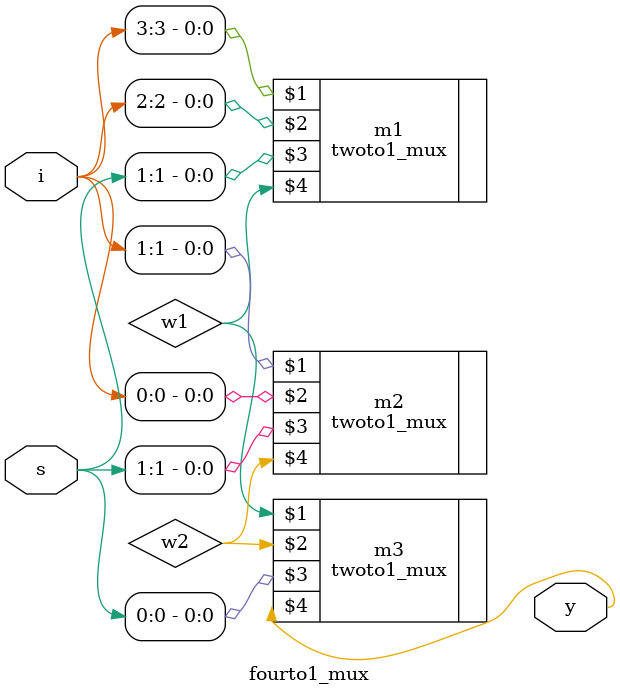
<source format=v>
module fourto1_mux(i,s,y);

input [3:0]i;
input [1:0]s;

output y;

wire w1,w2;

twoto1_mux m1(i[3],i[2],s[1],w1);

twoto1_mux m2(i[1],i[0],s[1],w2);

twoto1_mux m3(w1,w2,s[0],y);
endmodule

</source>
